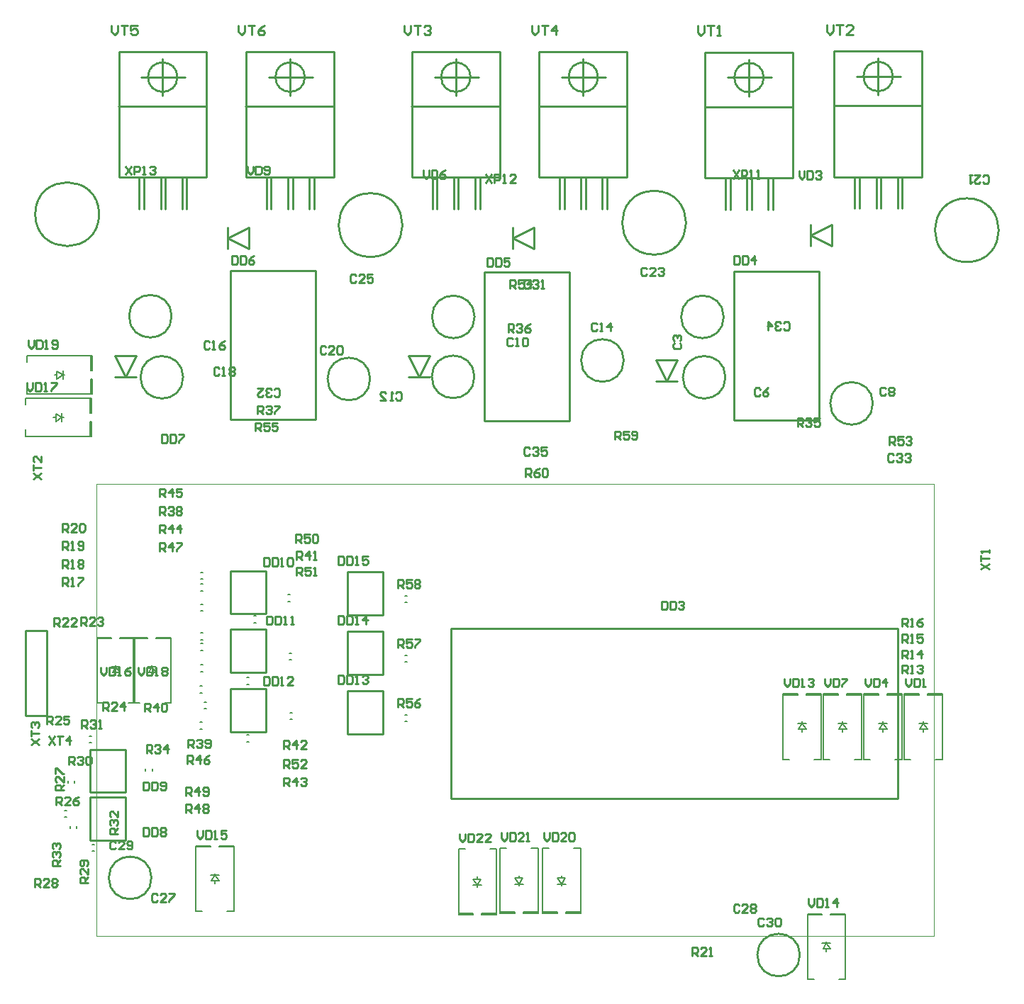
<source format=gto>
G04 Layer_Color=65535*
%FSLAX23Y23*%
%MOIN*%
G70*
G01*
G75*
%ADD26C,0.004*%
%ADD43C,0.010*%
%ADD44C,0.008*%
D26*
X3509Y2969D02*
Y5095D01*
X7446Y2969D02*
Y5095D01*
X3509D02*
X7446D01*
X3509Y2969D02*
X7446D01*
D43*
X6815Y2880D02*
G03*
X6815Y2880I-100J0D01*
G01*
X3767Y3243D02*
G03*
X3767Y3243I-100J0D01*
G01*
X4795Y5590D02*
G03*
X4795Y5590I-100J0D01*
G01*
X4488Y7010D02*
G03*
X4488Y7010I-69J0D01*
G01*
X5987Y5677D02*
G03*
X5987Y5677I-100J0D01*
G01*
X5286Y5882D02*
G03*
X5286Y5882I-100J0D01*
G01*
X5866Y7010D02*
G03*
X5866Y7010I-69J0D01*
G01*
X5267D02*
G03*
X5267Y7010I-69J0D01*
G01*
X6457Y5882D02*
G03*
X6457Y5882I-100J0D01*
G01*
X6465Y5598D02*
G03*
X6465Y5598I-100J0D01*
G01*
X6645Y7008D02*
G03*
X6645Y7008I-69J0D01*
G01*
X4797Y6464D02*
G03*
X4797Y6164I0J-150D01*
G01*
D02*
G03*
X4797Y6464I0J150D01*
G01*
X7600Y6140D02*
G03*
X7600Y6440I0J150D01*
G01*
D02*
G03*
X7600Y6140I0J-150D01*
G01*
X3916Y5598D02*
G03*
X3916Y5598I-100J0D01*
G01*
X3862Y5885D02*
G03*
X3862Y5885I-100J0D01*
G01*
X3889Y7010D02*
G03*
X3889Y7010I-69J0D01*
G01*
X7158Y5475D02*
G03*
X7158Y5475I-100J0D01*
G01*
X7252Y7013D02*
G03*
X7252Y7013I-69J0D01*
G01*
X6130Y6475D02*
G03*
X6130Y6175I0J-150D01*
G01*
D02*
G03*
X6130Y6475I0J150D01*
G01*
X3521Y6365D02*
G03*
X3221Y6365I-150J0D01*
G01*
D02*
G03*
X3521Y6365I150J0D01*
G01*
X5285Y5600D02*
G03*
X5285Y5600I-100J0D01*
G01*
X4690Y4480D02*
X4854D01*
Y4682D01*
X4690D02*
X4854D01*
X4690Y4480D02*
Y4682D01*
Y4200D02*
X4854D01*
Y4402D01*
X4690D02*
X4854D01*
X4690Y4200D02*
Y4402D01*
Y3920D02*
X4854D01*
Y4122D01*
X4690D02*
X4854D01*
X4690Y3920D02*
Y4122D01*
X3480Y3645D02*
X3644D01*
Y3847D01*
X3480D02*
X3644D01*
X3480Y3645D02*
Y3847D01*
Y3420D02*
X3644D01*
Y3622D01*
X3480D02*
X3644D01*
X3480Y3420D02*
Y3622D01*
X3597Y5698D02*
X3697D01*
X3647Y5598D02*
X3697Y5698D01*
X3597D02*
X3647Y5598D01*
X3597D02*
X3697D01*
X6138Y5678D02*
X6238D01*
X6188Y5578D02*
X6238Y5678D01*
X6138D02*
X6188Y5578D01*
X6138D02*
X6238D01*
X4330Y6389D02*
Y6538D01*
X4309Y6389D02*
Y6538D01*
X4212Y6538D02*
X4625D01*
X4212Y6538D02*
Y7128D01*
X4210Y6873D02*
X4625D01*
X4212Y7128D02*
X4625D01*
X4318Y7010D02*
X4525D01*
X4431Y6389D02*
Y6538D01*
X4409Y6389D02*
Y6538D01*
X4509Y6389D02*
Y6538D01*
X4531Y6389D02*
Y6538D01*
X4417Y7010D02*
X4419D01*
Y6922D02*
Y7095D01*
X4625Y6538D02*
Y7128D01*
X4533Y7129D02*
X4541D01*
X4543D01*
X4226Y6203D02*
Y6303D01*
X4126Y6253D02*
X4226Y6203D01*
X4126Y6253D02*
X4226Y6303D01*
X4126Y6203D02*
Y6303D01*
X4975Y5698D02*
X5075D01*
X5025Y5598D02*
X5075Y5698D01*
X4975D02*
X5025Y5598D01*
X4975D02*
X5075D01*
X5333Y5394D02*
Y6094D01*
Y5394D02*
X5733D01*
X5333Y6094D02*
X5733D01*
Y5394D02*
Y6094D01*
X5708Y6389D02*
Y6538D01*
X5686Y6389D02*
Y6538D01*
X5590Y6538D02*
X6003D01*
X5590Y6538D02*
Y7128D01*
X5588Y6873D02*
X6003D01*
X5590Y7128D02*
X6003D01*
X5696Y7010D02*
X5903D01*
X5809Y6389D02*
Y6538D01*
X5787Y6389D02*
Y6538D01*
X5887Y6389D02*
Y6538D01*
X5909Y6389D02*
Y6538D01*
X5795Y7010D02*
X5797D01*
Y6922D02*
Y7095D01*
X6003Y6538D02*
Y7128D01*
X5911Y7129D02*
X5919D01*
X5921D01*
X5110Y6389D02*
Y6538D01*
X5088Y6389D02*
Y6538D01*
X4992Y6538D02*
X5405D01*
X4992Y6538D02*
Y7128D01*
X4990Y6873D02*
X5405D01*
X4992Y7128D02*
X5405D01*
X5098Y7010D02*
X5305D01*
X5210Y6389D02*
Y6538D01*
X5188Y6389D02*
Y6538D01*
X5289Y6389D02*
Y6538D01*
X5311Y6389D02*
Y6538D01*
X5196Y7010D02*
X5198D01*
Y6922D02*
Y7095D01*
X5405Y6538D02*
Y7128D01*
X5312Y7129D02*
X5320D01*
X5322D01*
X5565Y6203D02*
Y6303D01*
X5465Y6253D02*
X5565Y6203D01*
X5465Y6253D02*
X5565Y6303D01*
X5465Y6203D02*
Y6303D01*
X6504Y5396D02*
Y6096D01*
Y5396D02*
X6904D01*
X6504Y6096D02*
X6904D01*
Y5396D02*
Y6096D01*
X6488Y6387D02*
Y6536D01*
X6466Y6387D02*
Y6536D01*
X6370Y6536D02*
X6783D01*
X6370Y6536D02*
Y7126D01*
X6368Y6871D02*
X6783D01*
X6370Y7126D02*
X6783D01*
X6476Y7008D02*
X6683D01*
X6588Y6387D02*
Y6536D01*
X6566Y6387D02*
Y6536D01*
X6667Y6387D02*
Y6536D01*
X6688Y6387D02*
Y6536D01*
X6574Y7008D02*
X6576D01*
Y6920D02*
Y7093D01*
X6783Y6536D02*
Y7126D01*
X6690Y7127D02*
X6698D01*
X6700D01*
X6964Y6217D02*
Y6317D01*
X6864Y6267D02*
X6964Y6217D01*
X6864Y6267D02*
X6964Y6317D01*
X6864Y6217D02*
Y6317D01*
X4140Y5399D02*
Y6099D01*
Y5399D02*
X4540D01*
X4140Y6099D02*
X4540D01*
Y5399D02*
Y6099D01*
X3732Y6389D02*
Y6538D01*
X3710Y6389D02*
Y6538D01*
X3614Y6538D02*
X4027D01*
X3614Y6538D02*
Y7128D01*
X3612Y6873D02*
X4027D01*
X3614Y7128D02*
X4027D01*
X3720Y7010D02*
X3927D01*
X3832Y6389D02*
Y6538D01*
X3811Y6389D02*
Y6538D01*
X3911Y6389D02*
Y6538D01*
X3933Y6389D02*
Y6538D01*
X3818Y7010D02*
X3820D01*
Y6922D02*
Y7095D01*
X4027Y6538D02*
Y7128D01*
X3935Y7129D02*
X3942D01*
X3944D01*
X5177Y4415D02*
X7277D01*
X5177Y3615D02*
X7277D01*
Y4415D01*
X5177Y3615D02*
Y4415D01*
X7095Y6392D02*
Y6541D01*
X7073Y6392D02*
Y6541D01*
X6977Y6541D02*
X7390D01*
X6977Y6541D02*
Y7132D01*
X6975Y6876D02*
X7390D01*
X6977Y7132D02*
X7390D01*
X7083Y7013D02*
X7290D01*
X7195Y6392D02*
Y6541D01*
X7174Y6392D02*
Y6541D01*
X7274Y6392D02*
Y6541D01*
X7296Y6392D02*
Y6541D01*
X7181Y7013D02*
X7183D01*
Y6925D02*
Y7098D01*
X7390Y6541D02*
Y7132D01*
X7298Y7132D02*
X7305D01*
X7307D01*
X3175Y4005D02*
Y4405D01*
Y4005D02*
X3275D01*
X3175Y4405D02*
X3275D01*
Y4005D02*
Y4405D01*
X4140Y4210D02*
X4304D01*
X4140Y4412D02*
X4304D01*
X4140Y4210D02*
Y4412D01*
X4304Y4210D02*
Y4412D01*
X4140Y4485D02*
X4304D01*
X4140Y4687D02*
X4304D01*
X4140Y4485D02*
Y4687D01*
X4304Y4485D02*
Y4687D01*
X4140Y3930D02*
X4304D01*
X4140Y4132D02*
X4304D01*
X4140Y3930D02*
Y4132D01*
X4304Y3930D02*
Y4132D01*
X6739Y5853D02*
X6746Y5860D01*
X6759D01*
X6766Y5853D01*
Y5827D01*
X6759Y5820D01*
X6746D01*
X6739Y5827D01*
X6726Y5853D02*
X6720Y5860D01*
X6706D01*
X6700Y5853D01*
Y5847D01*
X6706Y5840D01*
X6713D01*
X6706D01*
X6700Y5834D01*
Y5827D01*
X6706Y5820D01*
X6720D01*
X6726Y5827D01*
X6667Y5820D02*
Y5860D01*
X6687Y5840D01*
X6661D01*
X5525Y5130D02*
Y5169D01*
X5545D01*
X5551Y5163D01*
Y5150D01*
X5545Y5143D01*
X5525D01*
X5538D02*
X5551Y5130D01*
X5591Y5169D02*
X5577Y5163D01*
X5564Y5150D01*
Y5137D01*
X5571Y5130D01*
X5584D01*
X5591Y5137D01*
Y5143D01*
X5584Y5150D01*
X5564D01*
X5604Y5163D02*
X5610Y5169D01*
X5623D01*
X5630Y5163D01*
Y5137D01*
X5623Y5130D01*
X5610D01*
X5604Y5137D01*
Y5163D01*
X5945Y5305D02*
Y5344D01*
X5965D01*
X5971Y5338D01*
Y5325D01*
X5965Y5318D01*
X5945D01*
X5958D02*
X5971Y5305D01*
X6011Y5344D02*
X5984D01*
Y5325D01*
X5997Y5331D01*
X6004D01*
X6011Y5325D01*
Y5312D01*
X6004Y5305D01*
X5991D01*
X5984Y5312D01*
X6024D02*
X6030Y5305D01*
X6043D01*
X6050Y5312D01*
Y5338D01*
X6043Y5344D01*
X6030D01*
X6024Y5338D01*
Y5331D01*
X6030Y5325D01*
X6050D01*
X5546Y5263D02*
X5540Y5269D01*
X5527D01*
X5520Y5263D01*
Y5237D01*
X5527Y5230D01*
X5540D01*
X5546Y5237D01*
X5559Y5263D02*
X5566Y5269D01*
X5579D01*
X5586Y5263D01*
Y5256D01*
X5579Y5250D01*
X5572D01*
X5579D01*
X5586Y5243D01*
Y5237D01*
X5579Y5230D01*
X5566D01*
X5559Y5237D01*
X5625Y5269D02*
X5599D01*
Y5250D01*
X5612Y5256D01*
X5618D01*
X5625Y5250D01*
Y5237D01*
X5618Y5230D01*
X5605D01*
X5599Y5237D01*
X3285Y3909D02*
X3311Y3870D01*
Y3909D02*
X3285Y3870D01*
X3324Y3909D02*
X3351D01*
X3337D01*
Y3870D01*
X3383D02*
Y3909D01*
X3364Y3890D01*
X3390D01*
X3201Y3870D02*
X3240Y3896D01*
X3201D02*
X3240Y3870D01*
X3201Y3909D02*
Y3936D01*
Y3922D01*
X3240D01*
X3207Y3949D02*
X3201Y3955D01*
Y3968D01*
X3207Y3975D01*
X3214D01*
X3220Y3968D01*
Y3962D01*
Y3968D01*
X3227Y3975D01*
X3233D01*
X3240Y3968D01*
Y3955D01*
X3233Y3949D01*
X3211Y5120D02*
X3250Y5146D01*
X3211D02*
X3250Y5120D01*
X3211Y5159D02*
Y5186D01*
Y5172D01*
X3250D01*
Y5225D02*
Y5199D01*
X3224Y5225D01*
X3217D01*
X3211Y5218D01*
Y5205D01*
X3217Y5199D01*
X7666Y4695D02*
X7705Y4721D01*
X7666D02*
X7705Y4695D01*
X7666Y4734D02*
Y4761D01*
Y4747D01*
X7705D01*
Y4774D02*
Y4787D01*
Y4780D01*
X7666D01*
X7672Y4774D01*
X5217Y3451D02*
Y3425D01*
X5230Y3412D01*
X5243Y3425D01*
Y3451D01*
X5256D02*
Y3412D01*
X5276D01*
X5283Y3419D01*
Y3445D01*
X5276Y3451D01*
X5256D01*
X5322Y3412D02*
X5296D01*
X5322Y3438D01*
Y3445D01*
X5315Y3451D01*
X5302D01*
X5296Y3445D01*
X5361Y3412D02*
X5335D01*
X5361Y3438D01*
Y3445D01*
X5355Y3451D01*
X5342D01*
X5335Y3445D01*
X5412Y3456D02*
Y3430D01*
X5425Y3417D01*
X5438Y3430D01*
Y3456D01*
X5451D02*
Y3417D01*
X5471D01*
X5478Y3424D01*
Y3450D01*
X5471Y3456D01*
X5451D01*
X5517Y3417D02*
X5491D01*
X5517Y3443D01*
Y3450D01*
X5510Y3456D01*
X5497D01*
X5491Y3450D01*
X5530Y3417D02*
X5543D01*
X5537D01*
Y3456D01*
X5530Y3450D01*
X5612Y3456D02*
Y3430D01*
X5625Y3417D01*
X5638Y3430D01*
Y3456D01*
X5651D02*
Y3417D01*
X5671D01*
X5678Y3424D01*
Y3450D01*
X5671Y3456D01*
X5651D01*
X5717Y3417D02*
X5691D01*
X5717Y3443D01*
Y3450D01*
X5710Y3456D01*
X5697D01*
X5691Y3450D01*
X5730D02*
X5737Y3456D01*
X5750D01*
X5756Y3450D01*
Y3424D01*
X5750Y3417D01*
X5737D01*
X5730Y3424D01*
Y3450D01*
X3188Y5772D02*
Y5746D01*
X3201Y5733D01*
X3214Y5746D01*
Y5772D01*
X3227D02*
Y5733D01*
X3247D01*
X3254Y5740D01*
Y5766D01*
X3247Y5772D01*
X3227D01*
X3267Y5733D02*
X3280D01*
X3273D01*
Y5772D01*
X3267Y5766D01*
X3300Y5740D02*
X3306Y5733D01*
X3319D01*
X3326Y5740D01*
Y5766D01*
X3319Y5772D01*
X3306D01*
X3300Y5766D01*
Y5759D01*
X3306Y5753D01*
X3326D01*
X3705Y4234D02*
Y4208D01*
X3718Y4195D01*
X3731Y4208D01*
Y4234D01*
X3744D02*
Y4195D01*
X3764D01*
X3771Y4202D01*
Y4228D01*
X3764Y4234D01*
X3744D01*
X3784Y4195D02*
X3797D01*
X3790D01*
Y4234D01*
X3784Y4228D01*
X3817D02*
X3823Y4234D01*
X3836D01*
X3843Y4228D01*
Y4221D01*
X3836Y4215D01*
X3843Y4208D01*
Y4202D01*
X3836Y4195D01*
X3823D01*
X3817Y4202D01*
Y4208D01*
X3823Y4215D01*
X3817Y4221D01*
Y4228D01*
X3823Y4215D02*
X3836D01*
X3183Y5572D02*
Y5546D01*
X3196Y5533D01*
X3209Y5546D01*
Y5572D01*
X3222D02*
Y5533D01*
X3242D01*
X3249Y5540D01*
Y5566D01*
X3242Y5572D01*
X3222D01*
X3262Y5533D02*
X3275D01*
X3268D01*
Y5572D01*
X3262Y5566D01*
X3295Y5572D02*
X3321D01*
Y5566D01*
X3295Y5540D01*
Y5533D01*
X3530Y4234D02*
Y4208D01*
X3543Y4195D01*
X3556Y4208D01*
Y4234D01*
X3569D02*
Y4195D01*
X3589D01*
X3596Y4202D01*
Y4228D01*
X3589Y4234D01*
X3569D01*
X3609Y4195D02*
X3622D01*
X3615D01*
Y4234D01*
X3609Y4228D01*
X3668Y4234D02*
X3655Y4228D01*
X3642Y4215D01*
Y4202D01*
X3648Y4195D01*
X3661D01*
X3668Y4202D01*
Y4208D01*
X3661Y4215D01*
X3642D01*
X3982Y3466D02*
Y3440D01*
X3995Y3427D01*
X4008Y3440D01*
Y3466D01*
X4021D02*
Y3427D01*
X4041D01*
X4048Y3434D01*
Y3460D01*
X4041Y3466D01*
X4021D01*
X4061Y3427D02*
X4074D01*
X4067D01*
Y3466D01*
X4061Y3460D01*
X4120Y3466D02*
X4094D01*
Y3447D01*
X4107Y3453D01*
X4113D01*
X4120Y3447D01*
Y3434D01*
X4113Y3427D01*
X4100D01*
X4094Y3434D01*
X6857Y3146D02*
Y3120D01*
X6870Y3107D01*
X6883Y3120D01*
Y3146D01*
X6896D02*
Y3107D01*
X6916D01*
X6923Y3114D01*
Y3140D01*
X6916Y3146D01*
X6896D01*
X6936Y3107D02*
X6949D01*
X6942D01*
Y3146D01*
X6936Y3140D01*
X6988Y3107D02*
Y3146D01*
X6969Y3127D01*
X6995D01*
X6742Y4181D02*
Y4155D01*
X6755Y4142D01*
X6768Y4155D01*
Y4181D01*
X6781D02*
Y4142D01*
X6801D01*
X6808Y4149D01*
Y4175D01*
X6801Y4181D01*
X6781D01*
X6821Y4142D02*
X6834D01*
X6827D01*
Y4181D01*
X6821Y4175D01*
X6854D02*
X6860Y4181D01*
X6873D01*
X6880Y4175D01*
Y4168D01*
X6873Y4162D01*
X6867D01*
X6873D01*
X6880Y4155D01*
Y4149D01*
X6873Y4142D01*
X6860D01*
X6854Y4149D01*
X6932Y4181D02*
Y4155D01*
X6945Y4142D01*
X6958Y4155D01*
Y4181D01*
X6971D02*
Y4142D01*
X6991D01*
X6998Y4149D01*
Y4175D01*
X6991Y4181D01*
X6971D01*
X7011D02*
X7037D01*
Y4175D01*
X7011Y4149D01*
Y4142D01*
X7122Y4181D02*
Y4155D01*
X7135Y4142D01*
X7148Y4155D01*
Y4181D01*
X7161D02*
Y4142D01*
X7181D01*
X7188Y4149D01*
Y4175D01*
X7181Y4181D01*
X7161D01*
X7220Y4142D02*
Y4181D01*
X7201Y4162D01*
X7227D01*
X7312Y4181D02*
Y4155D01*
X7325Y4142D01*
X7338Y4155D01*
Y4181D01*
X7351D02*
Y4142D01*
X7371D01*
X7378Y4149D01*
Y4175D01*
X7371Y4181D01*
X7351D01*
X7391Y4142D02*
X7404D01*
X7397D01*
Y4181D01*
X7391Y4175D01*
X4925Y4606D02*
Y4645D01*
X4945D01*
X4951Y4639D01*
Y4626D01*
X4945Y4619D01*
X4925D01*
X4938D02*
X4951Y4606D01*
X4991Y4645D02*
X4964D01*
Y4626D01*
X4977Y4632D01*
X4984D01*
X4991Y4626D01*
Y4613D01*
X4984Y4606D01*
X4971D01*
X4964Y4613D01*
X5004Y4639D02*
X5010Y4645D01*
X5023D01*
X5030Y4639D01*
Y4632D01*
X5023Y4626D01*
X5030Y4619D01*
Y4613D01*
X5023Y4606D01*
X5010D01*
X5004Y4613D01*
Y4619D01*
X5010Y4626D01*
X5004Y4632D01*
Y4639D01*
X5010Y4626D02*
X5023D01*
X4925Y4326D02*
Y4365D01*
X4945D01*
X4951Y4359D01*
Y4346D01*
X4945Y4339D01*
X4925D01*
X4938D02*
X4951Y4326D01*
X4991Y4365D02*
X4964D01*
Y4346D01*
X4977Y4352D01*
X4984D01*
X4991Y4346D01*
Y4333D01*
X4984Y4326D01*
X4971D01*
X4964Y4333D01*
X5004Y4365D02*
X5030D01*
Y4359D01*
X5004Y4333D01*
Y4326D01*
X4925Y4046D02*
Y4085D01*
X4945D01*
X4951Y4079D01*
Y4066D01*
X4945Y4059D01*
X4925D01*
X4938D02*
X4951Y4046D01*
X4991Y4085D02*
X4964D01*
Y4066D01*
X4977Y4072D01*
X4984D01*
X4991Y4066D01*
Y4053D01*
X4984Y4046D01*
X4971D01*
X4964Y4053D01*
X5030Y4085D02*
X5017Y4079D01*
X5004Y4066D01*
Y4053D01*
X5010Y4046D01*
X5023D01*
X5030Y4053D01*
Y4059D01*
X5023Y4066D01*
X5004D01*
X4255Y5345D02*
Y5384D01*
X4275D01*
X4281Y5378D01*
Y5365D01*
X4275Y5358D01*
X4255D01*
X4268D02*
X4281Y5345D01*
X4321Y5384D02*
X4294D01*
Y5365D01*
X4307Y5371D01*
X4314D01*
X4321Y5365D01*
Y5352D01*
X4314Y5345D01*
X4301D01*
X4294Y5352D01*
X4360Y5384D02*
X4334D01*
Y5365D01*
X4347Y5371D01*
X4353D01*
X4360Y5365D01*
Y5352D01*
X4353Y5345D01*
X4340D01*
X4334Y5352D01*
X5452Y6016D02*
Y6055D01*
X5472D01*
X5478Y6049D01*
Y6036D01*
X5472Y6029D01*
X5452D01*
X5465D02*
X5478Y6016D01*
X5518Y6055D02*
X5491D01*
Y6036D01*
X5504Y6042D01*
X5511D01*
X5518Y6036D01*
Y6023D01*
X5511Y6016D01*
X5498D01*
X5491Y6023D01*
X5550Y6016D02*
Y6055D01*
X5531Y6036D01*
X5557D01*
X7235Y5280D02*
Y5319D01*
X7255D01*
X7261Y5313D01*
Y5300D01*
X7255Y5293D01*
X7235D01*
X7248D02*
X7261Y5280D01*
X7301Y5319D02*
X7274D01*
Y5300D01*
X7287Y5306D01*
X7294D01*
X7301Y5300D01*
Y5287D01*
X7294Y5280D01*
X7281D01*
X7274Y5287D01*
X7314Y5313D02*
X7320Y5319D01*
X7333D01*
X7340Y5313D01*
Y5306D01*
X7333Y5300D01*
X7327D01*
X7333D01*
X7340Y5293D01*
Y5287D01*
X7333Y5280D01*
X7320D01*
X7314Y5287D01*
X4390Y3760D02*
Y3799D01*
X4410D01*
X4416Y3793D01*
Y3780D01*
X4410Y3773D01*
X4390D01*
X4403D02*
X4416Y3760D01*
X4456Y3799D02*
X4429D01*
Y3780D01*
X4442Y3786D01*
X4449D01*
X4456Y3780D01*
Y3767D01*
X4449Y3760D01*
X4436D01*
X4429Y3767D01*
X4495Y3760D02*
X4469D01*
X4495Y3786D01*
Y3793D01*
X4488Y3799D01*
X4475D01*
X4469Y3793D01*
X4450Y4665D02*
Y4704D01*
X4470D01*
X4476Y4698D01*
Y4685D01*
X4470Y4678D01*
X4450D01*
X4463D02*
X4476Y4665D01*
X4516Y4704D02*
X4489D01*
Y4685D01*
X4502Y4691D01*
X4509D01*
X4516Y4685D01*
Y4672D01*
X4509Y4665D01*
X4496D01*
X4489Y4672D01*
X4529Y4665D02*
X4542D01*
X4535D01*
Y4704D01*
X4529Y4698D01*
X4445Y4820D02*
Y4859D01*
X4465D01*
X4471Y4853D01*
Y4840D01*
X4465Y4833D01*
X4445D01*
X4458D02*
X4471Y4820D01*
X4511Y4859D02*
X4484D01*
Y4840D01*
X4497Y4846D01*
X4504D01*
X4511Y4840D01*
Y4827D01*
X4504Y4820D01*
X4491D01*
X4484Y4827D01*
X4524Y4853D02*
X4530Y4859D01*
X4543D01*
X4550Y4853D01*
Y4827D01*
X4543Y4820D01*
X4530D01*
X4524Y4827D01*
Y4853D01*
X3930Y3630D02*
Y3669D01*
X3950D01*
X3956Y3663D01*
Y3650D01*
X3950Y3643D01*
X3930D01*
X3943D02*
X3956Y3630D01*
X3989D02*
Y3669D01*
X3969Y3650D01*
X3996D01*
X4009Y3637D02*
X4015Y3630D01*
X4028D01*
X4035Y3637D01*
Y3663D01*
X4028Y3669D01*
X4015D01*
X4009Y3663D01*
Y3656D01*
X4015Y3650D01*
X4035D01*
X3930Y3550D02*
Y3589D01*
X3950D01*
X3956Y3583D01*
Y3570D01*
X3950Y3563D01*
X3930D01*
X3943D02*
X3956Y3550D01*
X3989D02*
Y3589D01*
X3969Y3570D01*
X3996D01*
X4009Y3583D02*
X4015Y3589D01*
X4028D01*
X4035Y3583D01*
Y3576D01*
X4028Y3570D01*
X4035Y3563D01*
Y3557D01*
X4028Y3550D01*
X4015D01*
X4009Y3557D01*
Y3563D01*
X4015Y3570D01*
X4009Y3576D01*
Y3583D01*
X4015Y3570D02*
X4028D01*
X3805Y4780D02*
Y4819D01*
X3825D01*
X3831Y4813D01*
Y4800D01*
X3825Y4793D01*
X3805D01*
X3818D02*
X3831Y4780D01*
X3864D02*
Y4819D01*
X3844Y4800D01*
X3871D01*
X3884Y4819D02*
X3910D01*
Y4813D01*
X3884Y4787D01*
Y4780D01*
X3935Y3780D02*
Y3819D01*
X3955D01*
X3961Y3813D01*
Y3800D01*
X3955Y3793D01*
X3935D01*
X3948D02*
X3961Y3780D01*
X3994D02*
Y3819D01*
X3974Y3800D01*
X4001D01*
X4040Y3819D02*
X4027Y3813D01*
X4014Y3800D01*
Y3787D01*
X4020Y3780D01*
X4033D01*
X4040Y3787D01*
Y3793D01*
X4033Y3800D01*
X4014D01*
X3805Y5035D02*
Y5074D01*
X3825D01*
X3831Y5068D01*
Y5055D01*
X3825Y5048D01*
X3805D01*
X3818D02*
X3831Y5035D01*
X3864D02*
Y5074D01*
X3844Y5055D01*
X3871D01*
X3910Y5074D02*
X3884D01*
Y5055D01*
X3897Y5061D01*
X3903D01*
X3910Y5055D01*
Y5042D01*
X3903Y5035D01*
X3890D01*
X3884Y5042D01*
X3805Y4865D02*
Y4904D01*
X3825D01*
X3831Y4898D01*
Y4885D01*
X3825Y4878D01*
X3805D01*
X3818D02*
X3831Y4865D01*
X3864D02*
Y4904D01*
X3844Y4885D01*
X3871D01*
X3903Y4865D02*
Y4904D01*
X3884Y4885D01*
X3910D01*
X4390Y3675D02*
Y3714D01*
X4410D01*
X4416Y3708D01*
Y3695D01*
X4410Y3688D01*
X4390D01*
X4403D02*
X4416Y3675D01*
X4449D02*
Y3714D01*
X4429Y3695D01*
X4456D01*
X4469Y3708D02*
X4475Y3714D01*
X4488D01*
X4495Y3708D01*
Y3701D01*
X4488Y3695D01*
X4482D01*
X4488D01*
X4495Y3688D01*
Y3682D01*
X4488Y3675D01*
X4475D01*
X4469Y3682D01*
X4390Y3850D02*
Y3889D01*
X4410D01*
X4416Y3883D01*
Y3870D01*
X4410Y3863D01*
X4390D01*
X4403D02*
X4416Y3850D01*
X4449D02*
Y3889D01*
X4429Y3870D01*
X4456D01*
X4495Y3850D02*
X4469D01*
X4495Y3876D01*
Y3883D01*
X4488Y3889D01*
X4475D01*
X4469Y3883D01*
X4450Y4740D02*
Y4779D01*
X4470D01*
X4476Y4773D01*
Y4760D01*
X4470Y4753D01*
X4450D01*
X4463D02*
X4476Y4740D01*
X4509D02*
Y4779D01*
X4489Y4760D01*
X4516D01*
X4529Y4740D02*
X4542D01*
X4535D01*
Y4779D01*
X4529Y4773D01*
X3735Y4025D02*
Y4064D01*
X3755D01*
X3761Y4058D01*
Y4045D01*
X3755Y4038D01*
X3735D01*
X3748D02*
X3761Y4025D01*
X3794D02*
Y4064D01*
X3774Y4045D01*
X3801D01*
X3814Y4058D02*
X3820Y4064D01*
X3833D01*
X3840Y4058D01*
Y4032D01*
X3833Y4025D01*
X3820D01*
X3814Y4032D01*
Y4058D01*
X3940Y3855D02*
Y3894D01*
X3960D01*
X3966Y3888D01*
Y3875D01*
X3960Y3868D01*
X3940D01*
X3953D02*
X3966Y3855D01*
X3979Y3888D02*
X3986Y3894D01*
X3999D01*
X4006Y3888D01*
Y3881D01*
X3999Y3875D01*
X3992D01*
X3999D01*
X4006Y3868D01*
Y3862D01*
X3999Y3855D01*
X3986D01*
X3979Y3862D01*
X4019D02*
X4025Y3855D01*
X4038D01*
X4045Y3862D01*
Y3888D01*
X4038Y3894D01*
X4025D01*
X4019Y3888D01*
Y3881D01*
X4025Y3875D01*
X4045D01*
X3805Y4950D02*
Y4989D01*
X3825D01*
X3831Y4983D01*
Y4970D01*
X3825Y4963D01*
X3805D01*
X3818D02*
X3831Y4950D01*
X3844Y4983D02*
X3851Y4989D01*
X3864D01*
X3871Y4983D01*
Y4976D01*
X3864Y4970D01*
X3857D01*
X3864D01*
X3871Y4963D01*
Y4957D01*
X3864Y4950D01*
X3851D01*
X3844Y4957D01*
X3884Y4983D02*
X3890Y4989D01*
X3903D01*
X3910Y4983D01*
Y4976D01*
X3903Y4970D01*
X3910Y4963D01*
Y4957D01*
X3903Y4950D01*
X3890D01*
X3884Y4957D01*
Y4963D01*
X3890Y4970D01*
X3884Y4976D01*
Y4983D01*
X3890Y4970D02*
X3903D01*
X4265Y5425D02*
Y5464D01*
X4285D01*
X4291Y5458D01*
Y5445D01*
X4285Y5438D01*
X4265D01*
X4278D02*
X4291Y5425D01*
X4304Y5458D02*
X4311Y5464D01*
X4324D01*
X4331Y5458D01*
Y5451D01*
X4324Y5445D01*
X4317D01*
X4324D01*
X4331Y5438D01*
Y5432D01*
X4324Y5425D01*
X4311D01*
X4304Y5432D01*
X4344Y5464D02*
X4370D01*
Y5458D01*
X4344Y5432D01*
Y5425D01*
X5444Y5809D02*
Y5848D01*
X5464D01*
X5470Y5842D01*
Y5829D01*
X5464Y5822D01*
X5444D01*
X5457D02*
X5470Y5809D01*
X5483Y5842D02*
X5490Y5848D01*
X5503D01*
X5510Y5842D01*
Y5835D01*
X5503Y5829D01*
X5496D01*
X5503D01*
X5510Y5822D01*
Y5816D01*
X5503Y5809D01*
X5490D01*
X5483Y5816D01*
X5549Y5848D02*
X5536Y5842D01*
X5523Y5829D01*
Y5816D01*
X5529Y5809D01*
X5542D01*
X5549Y5816D01*
Y5822D01*
X5542Y5829D01*
X5523D01*
X6804Y5366D02*
Y5405D01*
X6824D01*
X6830Y5399D01*
Y5386D01*
X6824Y5379D01*
X6804D01*
X6817D02*
X6830Y5366D01*
X6843Y5399D02*
X6850Y5405D01*
X6863D01*
X6870Y5399D01*
Y5392D01*
X6863Y5386D01*
X6856D01*
X6863D01*
X6870Y5379D01*
Y5373D01*
X6863Y5366D01*
X6850D01*
X6843Y5373D01*
X6909Y5405D02*
X6883D01*
Y5386D01*
X6896Y5392D01*
X6902D01*
X6909Y5386D01*
Y5373D01*
X6902Y5366D01*
X6889D01*
X6883Y5373D01*
X3744Y3830D02*
Y3869D01*
X3764D01*
X3770Y3863D01*
Y3850D01*
X3764Y3843D01*
X3744D01*
X3757D02*
X3770Y3830D01*
X3783Y3863D02*
X3790Y3869D01*
X3803D01*
X3810Y3863D01*
Y3856D01*
X3803Y3850D01*
X3796D01*
X3803D01*
X3810Y3843D01*
Y3837D01*
X3803Y3830D01*
X3790D01*
X3783Y3837D01*
X3842Y3830D02*
Y3869D01*
X3823Y3850D01*
X3849D01*
X3340Y3300D02*
X3301D01*
Y3320D01*
X3307Y3326D01*
X3320D01*
X3327Y3320D01*
Y3300D01*
Y3313D02*
X3340Y3326D01*
X3307Y3339D02*
X3301Y3346D01*
Y3359D01*
X3307Y3366D01*
X3314D01*
X3320Y3359D01*
Y3352D01*
Y3359D01*
X3327Y3366D01*
X3333D01*
X3340Y3359D01*
Y3346D01*
X3333Y3339D01*
X3307Y3379D02*
X3301Y3385D01*
Y3398D01*
X3307Y3405D01*
X3314D01*
X3320Y3398D01*
Y3392D01*
Y3398D01*
X3327Y3405D01*
X3333D01*
X3340Y3398D01*
Y3385D01*
X3333Y3379D01*
X3610Y3450D02*
X3571D01*
Y3470D01*
X3577Y3476D01*
X3590D01*
X3597Y3470D01*
Y3450D01*
Y3463D02*
X3610Y3476D01*
X3577Y3489D02*
X3571Y3496D01*
Y3509D01*
X3577Y3516D01*
X3584D01*
X3590Y3509D01*
Y3502D01*
Y3509D01*
X3597Y3516D01*
X3603D01*
X3610Y3509D01*
Y3496D01*
X3603Y3489D01*
X3610Y3555D02*
Y3529D01*
X3584Y3555D01*
X3577D01*
X3571Y3548D01*
Y3535D01*
X3577Y3529D01*
X3440Y3946D02*
Y3985D01*
X3460D01*
X3466Y3979D01*
Y3966D01*
X3460Y3959D01*
X3440D01*
X3453D02*
X3466Y3946D01*
X3479Y3979D02*
X3486Y3985D01*
X3499D01*
X3506Y3979D01*
Y3972D01*
X3499Y3966D01*
X3492D01*
X3499D01*
X3506Y3959D01*
Y3953D01*
X3499Y3946D01*
X3486D01*
X3479Y3953D01*
X3519Y3946D02*
X3532D01*
X3525D01*
Y3985D01*
X3519Y3979D01*
X3379Y3775D02*
Y3814D01*
X3399D01*
X3405Y3808D01*
Y3795D01*
X3399Y3788D01*
X3379D01*
X3392D02*
X3405Y3775D01*
X3418Y3808D02*
X3425Y3814D01*
X3438D01*
X3445Y3808D01*
Y3801D01*
X3438Y3795D01*
X3431D01*
X3438D01*
X3445Y3788D01*
Y3782D01*
X3438Y3775D01*
X3425D01*
X3418Y3782D01*
X3458Y3808D02*
X3464Y3814D01*
X3477D01*
X3484Y3808D01*
Y3782D01*
X3477Y3775D01*
X3464D01*
X3458Y3782D01*
Y3808D01*
X3470Y3220D02*
X3431D01*
Y3240D01*
X3437Y3246D01*
X3450D01*
X3457Y3240D01*
Y3220D01*
Y3233D02*
X3470Y3246D01*
Y3286D02*
Y3259D01*
X3444Y3286D01*
X3437D01*
X3431Y3279D01*
Y3266D01*
X3437Y3259D01*
X3463Y3299D02*
X3470Y3305D01*
Y3318D01*
X3463Y3325D01*
X3437D01*
X3431Y3318D01*
Y3305D01*
X3437Y3299D01*
X3444D01*
X3450Y3305D01*
Y3325D01*
X3219Y3201D02*
Y3240D01*
X3239D01*
X3245Y3234D01*
Y3221D01*
X3239Y3214D01*
X3219D01*
X3232D02*
X3245Y3201D01*
X3285D02*
X3258D01*
X3285Y3227D01*
Y3234D01*
X3278Y3240D01*
X3265D01*
X3258Y3234D01*
X3298D02*
X3304Y3240D01*
X3317D01*
X3324Y3234D01*
Y3227D01*
X3317Y3221D01*
X3324Y3214D01*
Y3208D01*
X3317Y3201D01*
X3304D01*
X3298Y3208D01*
Y3214D01*
X3304Y3221D01*
X3298Y3227D01*
Y3234D01*
X3304Y3221D02*
X3317D01*
X3355Y3655D02*
X3316D01*
Y3675D01*
X3322Y3681D01*
X3335D01*
X3342Y3675D01*
Y3655D01*
Y3668D02*
X3355Y3681D01*
Y3721D02*
Y3694D01*
X3329Y3721D01*
X3322D01*
X3316Y3714D01*
Y3701D01*
X3322Y3694D01*
X3316Y3734D02*
Y3760D01*
X3322D01*
X3348Y3734D01*
X3355D01*
X3320Y3585D02*
Y3624D01*
X3340D01*
X3346Y3618D01*
Y3605D01*
X3340Y3598D01*
X3320D01*
X3333D02*
X3346Y3585D01*
X3386D02*
X3359D01*
X3386Y3611D01*
Y3618D01*
X3379Y3624D01*
X3366D01*
X3359Y3618D01*
X3425Y3624D02*
X3412Y3618D01*
X3399Y3605D01*
Y3592D01*
X3405Y3585D01*
X3418D01*
X3425Y3592D01*
Y3598D01*
X3418Y3605D01*
X3399D01*
X3275Y3965D02*
Y4004D01*
X3295D01*
X3301Y3998D01*
Y3985D01*
X3295Y3978D01*
X3275D01*
X3288D02*
X3301Y3965D01*
X3341D02*
X3314D01*
X3341Y3991D01*
Y3998D01*
X3334Y4004D01*
X3321D01*
X3314Y3998D01*
X3380Y4004D02*
X3354D01*
Y3985D01*
X3367Y3991D01*
X3373D01*
X3380Y3985D01*
Y3972D01*
X3373Y3965D01*
X3360D01*
X3354Y3972D01*
X3540Y4030D02*
Y4069D01*
X3560D01*
X3566Y4063D01*
Y4050D01*
X3560Y4043D01*
X3540D01*
X3553D02*
X3566Y4030D01*
X3606D02*
X3579D01*
X3606Y4056D01*
Y4063D01*
X3599Y4069D01*
X3586D01*
X3579Y4063D01*
X3638Y4030D02*
Y4069D01*
X3619Y4050D01*
X3645D01*
X3435Y4430D02*
Y4469D01*
X3455D01*
X3461Y4463D01*
Y4450D01*
X3455Y4443D01*
X3435D01*
X3448D02*
X3461Y4430D01*
X3501D02*
X3474D01*
X3501Y4456D01*
Y4463D01*
X3494Y4469D01*
X3481D01*
X3474Y4463D01*
X3514D02*
X3520Y4469D01*
X3533D01*
X3540Y4463D01*
Y4456D01*
X3533Y4450D01*
X3527D01*
X3533D01*
X3540Y4443D01*
Y4437D01*
X3533Y4430D01*
X3520D01*
X3514Y4437D01*
X3309Y4426D02*
Y4465D01*
X3329D01*
X3335Y4459D01*
Y4446D01*
X3329Y4439D01*
X3309D01*
X3322D02*
X3335Y4426D01*
X3375D02*
X3348D01*
X3375Y4452D01*
Y4459D01*
X3368Y4465D01*
X3355D01*
X3348Y4459D01*
X3414Y4426D02*
X3388D01*
X3414Y4452D01*
Y4459D01*
X3407Y4465D01*
X3394D01*
X3388Y4459D01*
X6309Y2876D02*
Y2915D01*
X6329D01*
X6335Y2909D01*
Y2896D01*
X6329Y2889D01*
X6309D01*
X6322D02*
X6335Y2876D01*
X6375D02*
X6348D01*
X6375Y2902D01*
Y2909D01*
X6368Y2915D01*
X6355D01*
X6348Y2909D01*
X6388Y2876D02*
X6401D01*
X6394D01*
Y2915D01*
X6388Y2909D01*
X3349Y4871D02*
Y4910D01*
X3369D01*
X3375Y4904D01*
Y4891D01*
X3369Y4884D01*
X3349D01*
X3362D02*
X3375Y4871D01*
X3415D02*
X3388D01*
X3415Y4897D01*
Y4904D01*
X3408Y4910D01*
X3395D01*
X3388Y4904D01*
X3428D02*
X3434Y4910D01*
X3447D01*
X3454Y4904D01*
Y4878D01*
X3447Y4871D01*
X3434D01*
X3428Y4878D01*
Y4904D01*
X3349Y4786D02*
Y4825D01*
X3369D01*
X3375Y4819D01*
Y4806D01*
X3369Y4799D01*
X3349D01*
X3362D02*
X3375Y4786D01*
X3388D02*
X3401D01*
X3395D01*
Y4825D01*
X3388Y4819D01*
X3421Y4793D02*
X3428Y4786D01*
X3441D01*
X3447Y4793D01*
Y4819D01*
X3441Y4825D01*
X3428D01*
X3421Y4819D01*
Y4812D01*
X3428Y4806D01*
X3447D01*
X3349Y4701D02*
Y4740D01*
X3369D01*
X3375Y4734D01*
Y4721D01*
X3369Y4714D01*
X3349D01*
X3362D02*
X3375Y4701D01*
X3388D02*
X3401D01*
X3395D01*
Y4740D01*
X3388Y4734D01*
X3421D02*
X3428Y4740D01*
X3441D01*
X3447Y4734D01*
Y4727D01*
X3441Y4721D01*
X3447Y4714D01*
Y4708D01*
X3441Y4701D01*
X3428D01*
X3421Y4708D01*
Y4714D01*
X3428Y4721D01*
X3421Y4727D01*
Y4734D01*
X3428Y4721D02*
X3441D01*
X3349Y4616D02*
Y4655D01*
X3369D01*
X3375Y4649D01*
Y4636D01*
X3369Y4629D01*
X3349D01*
X3362D02*
X3375Y4616D01*
X3388D02*
X3401D01*
X3395D01*
Y4655D01*
X3388Y4649D01*
X3421Y4655D02*
X3447D01*
Y4649D01*
X3421Y4623D01*
Y4616D01*
X7295Y4425D02*
Y4464D01*
X7315D01*
X7321Y4458D01*
Y4445D01*
X7315Y4438D01*
X7295D01*
X7308D02*
X7321Y4425D01*
X7334D02*
X7347D01*
X7341D01*
Y4464D01*
X7334Y4458D01*
X7393Y4464D02*
X7380Y4458D01*
X7367Y4445D01*
Y4432D01*
X7374Y4425D01*
X7387D01*
X7393Y4432D01*
Y4438D01*
X7387Y4445D01*
X7367D01*
X7295Y4350D02*
Y4389D01*
X7315D01*
X7321Y4383D01*
Y4370D01*
X7315Y4363D01*
X7295D01*
X7308D02*
X7321Y4350D01*
X7334D02*
X7347D01*
X7341D01*
Y4389D01*
X7334Y4383D01*
X7393Y4389D02*
X7367D01*
Y4370D01*
X7380Y4376D01*
X7387D01*
X7393Y4370D01*
Y4357D01*
X7387Y4350D01*
X7374D01*
X7367Y4357D01*
X7295Y4275D02*
Y4314D01*
X7315D01*
X7321Y4308D01*
Y4295D01*
X7315Y4288D01*
X7295D01*
X7308D02*
X7321Y4275D01*
X7334D02*
X7347D01*
X7341D01*
Y4314D01*
X7334Y4308D01*
X7387Y4275D02*
Y4314D01*
X7367Y4295D01*
X7393D01*
X7295Y4205D02*
Y4244D01*
X7315D01*
X7321Y4238D01*
Y4225D01*
X7315Y4218D01*
X7295D01*
X7308D02*
X7321Y4205D01*
X7334D02*
X7347D01*
X7341D01*
Y4244D01*
X7334Y4238D01*
X7367D02*
X7374Y4244D01*
X7387D01*
X7393Y4238D01*
Y4231D01*
X7387Y4225D01*
X7380D01*
X7387D01*
X7393Y4218D01*
Y4212D01*
X7387Y4205D01*
X7374D01*
X7367Y4212D01*
X4646Y4756D02*
Y4717D01*
X4666D01*
X4672Y4724D01*
Y4750D01*
X4666Y4756D01*
X4646D01*
X4685D02*
Y4717D01*
X4705D01*
X4712Y4724D01*
Y4750D01*
X4705Y4756D01*
X4685D01*
X4725Y4717D02*
X4738D01*
X4731D01*
Y4756D01*
X4725Y4750D01*
X4784Y4756D02*
X4758D01*
Y4737D01*
X4771Y4743D01*
X4777D01*
X4784Y4737D01*
Y4724D01*
X4777Y4717D01*
X4764D01*
X4758Y4724D01*
X4646Y4476D02*
Y4437D01*
X4666D01*
X4672Y4444D01*
Y4470D01*
X4666Y4476D01*
X4646D01*
X4685D02*
Y4437D01*
X4705D01*
X4712Y4444D01*
Y4470D01*
X4705Y4476D01*
X4685D01*
X4725Y4437D02*
X4738D01*
X4731D01*
Y4476D01*
X4725Y4470D01*
X4777Y4437D02*
Y4476D01*
X4758Y4457D01*
X4784D01*
X4646Y4196D02*
Y4157D01*
X4666D01*
X4672Y4164D01*
Y4190D01*
X4666Y4196D01*
X4646D01*
X4685D02*
Y4157D01*
X4705D01*
X4712Y4164D01*
Y4190D01*
X4705Y4196D01*
X4685D01*
X4725Y4157D02*
X4738D01*
X4731D01*
Y4196D01*
X4725Y4190D01*
X4758D02*
X4764Y4196D01*
X4777D01*
X4784Y4190D01*
Y4183D01*
X4777Y4177D01*
X4771D01*
X4777D01*
X4784Y4170D01*
Y4164D01*
X4777Y4157D01*
X4764D01*
X4758Y4164D01*
X4295Y4189D02*
Y4150D01*
X4315D01*
X4321Y4157D01*
Y4183D01*
X4315Y4189D01*
X4295D01*
X4334D02*
Y4150D01*
X4354D01*
X4361Y4157D01*
Y4183D01*
X4354Y4189D01*
X4334D01*
X4374Y4150D02*
X4387D01*
X4380D01*
Y4189D01*
X4374Y4183D01*
X4433Y4150D02*
X4407D01*
X4433Y4176D01*
Y4183D01*
X4426Y4189D01*
X4413D01*
X4407Y4183D01*
X4310Y4474D02*
Y4435D01*
X4330D01*
X4336Y4442D01*
Y4468D01*
X4330Y4474D01*
X4310D01*
X4349D02*
Y4435D01*
X4369D01*
X4376Y4442D01*
Y4468D01*
X4369Y4474D01*
X4349D01*
X4389Y4435D02*
X4402D01*
X4395D01*
Y4474D01*
X4389Y4468D01*
X4422Y4435D02*
X4435D01*
X4428D01*
Y4474D01*
X4422Y4468D01*
X4295Y4749D02*
Y4710D01*
X4315D01*
X4321Y4717D01*
Y4743D01*
X4315Y4749D01*
X4295D01*
X4334D02*
Y4710D01*
X4354D01*
X4361Y4717D01*
Y4743D01*
X4354Y4749D01*
X4334D01*
X4374Y4710D02*
X4387D01*
X4380D01*
Y4749D01*
X4374Y4743D01*
X4407D02*
X4413Y4749D01*
X4426D01*
X4433Y4743D01*
Y4717D01*
X4426Y4710D01*
X4413D01*
X4407Y4717D01*
Y4743D01*
X3730Y3694D02*
Y3655D01*
X3750D01*
X3756Y3662D01*
Y3688D01*
X3750Y3694D01*
X3730D01*
X3769D02*
Y3655D01*
X3789D01*
X3796Y3662D01*
Y3688D01*
X3789Y3694D01*
X3769D01*
X3809Y3662D02*
X3815Y3655D01*
X3828D01*
X3835Y3662D01*
Y3688D01*
X3828Y3694D01*
X3815D01*
X3809Y3688D01*
Y3681D01*
X3815Y3675D01*
X3835D01*
X3730Y3479D02*
Y3440D01*
X3750D01*
X3756Y3447D01*
Y3473D01*
X3750Y3479D01*
X3730D01*
X3769D02*
Y3440D01*
X3789D01*
X3796Y3447D01*
Y3473D01*
X3789Y3479D01*
X3769D01*
X3809Y3473D02*
X3815Y3479D01*
X3828D01*
X3835Y3473D01*
Y3466D01*
X3828Y3460D01*
X3835Y3453D01*
Y3447D01*
X3828Y3440D01*
X3815D01*
X3809Y3447D01*
Y3453D01*
X3815Y3460D01*
X3809Y3466D01*
Y3473D01*
X3815Y3460D02*
X3828D01*
X7256Y5233D02*
X7250Y5239D01*
X7237D01*
X7230Y5233D01*
Y5207D01*
X7237Y5200D01*
X7250D01*
X7256Y5207D01*
X7269Y5233D02*
X7276Y5239D01*
X7289D01*
X7296Y5233D01*
Y5226D01*
X7289Y5220D01*
X7282D01*
X7289D01*
X7296Y5213D01*
Y5207D01*
X7289Y5200D01*
X7276D01*
X7269Y5207D01*
X7309Y5233D02*
X7315Y5239D01*
X7328D01*
X7335Y5233D01*
Y5226D01*
X7328Y5220D01*
X7322D01*
X7328D01*
X7335Y5213D01*
Y5207D01*
X7328Y5200D01*
X7315D01*
X7309Y5207D01*
X4344Y5512D02*
X4350Y5506D01*
X4363D01*
X4370Y5512D01*
Y5538D01*
X4363Y5545D01*
X4350D01*
X4344Y5538D01*
X4331Y5512D02*
X4324Y5506D01*
X4311D01*
X4304Y5512D01*
Y5519D01*
X4311Y5525D01*
X4318D01*
X4311D01*
X4304Y5532D01*
Y5538D01*
X4311Y5545D01*
X4324D01*
X4331Y5538D01*
X4265Y5545D02*
X4291D01*
X4265Y5519D01*
Y5512D01*
X4272Y5506D01*
X4285D01*
X4291Y5512D01*
X5545Y6049D02*
X5539Y6055D01*
X5526D01*
X5519Y6049D01*
Y6023D01*
X5526Y6016D01*
X5539D01*
X5545Y6023D01*
X5558Y6049D02*
X5565Y6055D01*
X5578D01*
X5585Y6049D01*
Y6042D01*
X5578Y6036D01*
X5571D01*
X5578D01*
X5585Y6029D01*
Y6023D01*
X5578Y6016D01*
X5565D01*
X5558Y6023D01*
X5598Y6016D02*
X5611D01*
X5604D01*
Y6055D01*
X5598Y6049D01*
X6646Y3048D02*
X6640Y3054D01*
X6627D01*
X6620Y3048D01*
Y3022D01*
X6627Y3015D01*
X6640D01*
X6646Y3022D01*
X6659Y3048D02*
X6666Y3054D01*
X6679D01*
X6686Y3048D01*
Y3041D01*
X6679Y3035D01*
X6672D01*
X6679D01*
X6686Y3028D01*
Y3022D01*
X6679Y3015D01*
X6666D01*
X6659Y3022D01*
X6699Y3048D02*
X6705Y3054D01*
X6718D01*
X6725Y3048D01*
Y3022D01*
X6718Y3015D01*
X6705D01*
X6699Y3022D01*
Y3048D01*
X3599Y3410D02*
X3592Y3417D01*
X3579D01*
X3572Y3410D01*
Y3384D01*
X3579Y3378D01*
X3592D01*
X3599Y3384D01*
X3638Y3378D02*
X3612D01*
X3638Y3404D01*
Y3410D01*
X3632Y3417D01*
X3618D01*
X3612Y3410D01*
X3651Y3384D02*
X3658Y3378D01*
X3671D01*
X3677Y3384D01*
Y3410D01*
X3671Y3417D01*
X3658D01*
X3651Y3410D01*
Y3404D01*
X3658Y3397D01*
X3677D01*
X6530Y3114D02*
X6524Y3120D01*
X6511D01*
X6504Y3114D01*
Y3088D01*
X6511Y3081D01*
X6524D01*
X6530Y3088D01*
X6570Y3081D02*
X6543D01*
X6570Y3107D01*
Y3114D01*
X6563Y3120D01*
X6550D01*
X6543Y3114D01*
X6583D02*
X6589Y3120D01*
X6602D01*
X6609Y3114D01*
Y3107D01*
X6602Y3101D01*
X6609Y3094D01*
Y3088D01*
X6602Y3081D01*
X6589D01*
X6583Y3088D01*
Y3094D01*
X6589Y3101D01*
X6583Y3107D01*
Y3114D01*
X6589Y3101D02*
X6602D01*
X3795Y3163D02*
X3789Y3169D01*
X3776D01*
X3769Y3163D01*
Y3137D01*
X3776Y3130D01*
X3789D01*
X3795Y3137D01*
X3835Y3130D02*
X3808D01*
X3835Y3156D01*
Y3163D01*
X3828Y3169D01*
X3815D01*
X3808Y3163D01*
X3848Y3169D02*
X3874D01*
Y3163D01*
X3848Y3137D01*
Y3130D01*
X3815Y5329D02*
Y5290D01*
X3835D01*
X3841Y5297D01*
Y5323D01*
X3835Y5329D01*
X3815D01*
X3854D02*
Y5290D01*
X3874D01*
X3881Y5297D01*
Y5323D01*
X3874Y5329D01*
X3854D01*
X3894D02*
X3920D01*
Y5323D01*
X3894Y5297D01*
Y5290D01*
X4587Y5738D02*
X4581Y5745D01*
X4568D01*
X4561Y5738D01*
Y5712D01*
X4568Y5705D01*
X4581D01*
X4587Y5712D01*
X4627Y5705D02*
X4600D01*
X4627Y5732D01*
Y5738D01*
X4620Y5745D01*
X4607D01*
X4600Y5738D01*
X4640D02*
X4646Y5745D01*
X4660D01*
X4666Y5738D01*
Y5712D01*
X4660Y5705D01*
X4646D01*
X4640Y5712D01*
Y5738D01*
X4177Y7254D02*
Y7223D01*
X4192Y7208D01*
X4207Y7223D01*
Y7254D01*
X4223D02*
X4253D01*
X4238D01*
Y7208D01*
X4299Y7254D02*
X4284Y7246D01*
X4269Y7231D01*
Y7215D01*
X4276Y7208D01*
X4292D01*
X4299Y7215D01*
Y7223D01*
X4292Y7231D01*
X4269D01*
X4218Y6591D02*
Y6565D01*
X4231Y6552D01*
X4244Y6565D01*
Y6591D01*
X4257D02*
Y6552D01*
X4277D01*
X4284Y6559D01*
Y6585D01*
X4277Y6591D01*
X4257D01*
X4297Y6559D02*
X4303Y6552D01*
X4316D01*
X4323Y6559D01*
Y6585D01*
X4316Y6591D01*
X4303D01*
X4297Y6585D01*
Y6578D01*
X4303Y6572D01*
X4323D01*
X5861Y5848D02*
X5855Y5854D01*
X5842D01*
X5835Y5848D01*
Y5822D01*
X5842Y5815D01*
X5855D01*
X5861Y5822D01*
X5874Y5815D02*
X5887D01*
X5881D01*
Y5854D01*
X5874Y5848D01*
X5927Y5815D02*
Y5854D01*
X5907Y5835D01*
X5933D01*
X5465Y5778D02*
X5458Y5784D01*
X5445D01*
X5438Y5778D01*
Y5751D01*
X5445Y5745D01*
X5458D01*
X5465Y5751D01*
X5478Y5745D02*
X5491D01*
X5484D01*
Y5784D01*
X5478Y5778D01*
X5511D02*
X5517Y5784D01*
X5530D01*
X5537Y5778D01*
Y5751D01*
X5530Y5745D01*
X5517D01*
X5511Y5751D01*
Y5778D01*
X4915Y5524D02*
X4921Y5530D01*
X4934D01*
X4941Y5524D01*
Y5498D01*
X4934Y5491D01*
X4921D01*
X4915Y5498D01*
X4902Y5491D02*
X4888D01*
X4895D01*
Y5530D01*
X4902Y5524D01*
X4843Y5491D02*
X4869D01*
X4843Y5517D01*
Y5524D01*
X4849Y5530D01*
X4862D01*
X4869Y5524D01*
X5345Y6159D02*
Y6120D01*
X5365D01*
X5371Y6127D01*
Y6153D01*
X5365Y6159D01*
X5345D01*
X5384D02*
Y6120D01*
X5404D01*
X5411Y6127D01*
Y6153D01*
X5404Y6159D01*
X5384D01*
X5450D02*
X5424D01*
Y6140D01*
X5437Y6146D01*
X5443D01*
X5450Y6140D01*
Y6127D01*
X5443Y6120D01*
X5430D01*
X5424Y6127D01*
X5555Y7254D02*
Y7223D01*
X5570Y7208D01*
X5585Y7223D01*
Y7254D01*
X5601D02*
X5631D01*
X5616D01*
Y7208D01*
X5670D02*
Y7254D01*
X5647Y7231D01*
X5677D01*
X4956Y7254D02*
Y7223D01*
X4972Y7208D01*
X4987Y7223D01*
Y7254D01*
X5002D02*
X5033D01*
X5018D01*
Y7208D01*
X5048Y7246D02*
X5056Y7254D01*
X5071D01*
X5079Y7246D01*
Y7238D01*
X5071Y7231D01*
X5064D01*
X5071D01*
X5079Y7223D01*
Y7215D01*
X5071Y7208D01*
X5056D01*
X5048Y7215D01*
X5045Y6572D02*
Y6545D01*
X5058Y6532D01*
X5071Y6545D01*
Y6572D01*
X5084D02*
Y6532D01*
X5104D01*
X5110Y6539D01*
Y6565D01*
X5104Y6572D01*
X5084D01*
X5150D02*
X5137Y6565D01*
X5123Y6552D01*
Y6539D01*
X5130Y6532D01*
X5143D01*
X5150Y6539D01*
Y6545D01*
X5143Y6552D01*
X5123D01*
X5340Y6552D02*
X5366Y6513D01*
Y6552D02*
X5340Y6513D01*
X5379D02*
Y6552D01*
X5399D01*
X5406Y6545D01*
Y6532D01*
X5399Y6526D01*
X5379D01*
X5419Y6513D02*
X5432D01*
X5425D01*
Y6552D01*
X5419Y6545D01*
X5478Y6513D02*
X5452D01*
X5478Y6539D01*
Y6545D01*
X5471Y6552D01*
X5458D01*
X5452Y6545D01*
X6225Y5758D02*
X6218Y5751D01*
Y5738D01*
X6225Y5732D01*
X6251D01*
X6257Y5738D01*
Y5751D01*
X6251Y5758D01*
X6225Y5771D02*
X6218Y5777D01*
Y5791D01*
X6225Y5797D01*
X6231D01*
X6238Y5791D01*
Y5784D01*
Y5791D01*
X6244Y5797D01*
X6251D01*
X6257Y5791D01*
Y5777D01*
X6251Y5771D01*
X6628Y5541D02*
X6621Y5548D01*
X6608D01*
X6601Y5541D01*
Y5515D01*
X6608Y5509D01*
X6621D01*
X6628Y5515D01*
X6667Y5548D02*
X6654Y5541D01*
X6641Y5528D01*
Y5515D01*
X6647Y5509D01*
X6660D01*
X6667Y5515D01*
Y5522D01*
X6660Y5528D01*
X6641D01*
X6505Y6169D02*
Y6130D01*
X6525D01*
X6531Y6137D01*
Y6163D01*
X6525Y6169D01*
X6505D01*
X6544D02*
Y6130D01*
X6564D01*
X6571Y6137D01*
Y6163D01*
X6564Y6169D01*
X6544D01*
X6603Y6130D02*
Y6169D01*
X6584Y6150D01*
X6610D01*
X6334Y7252D02*
Y7221D01*
X6349Y7206D01*
X6365Y7221D01*
Y7252D01*
X6380D02*
X6411D01*
X6396D01*
Y7206D01*
X6426D02*
X6442D01*
X6434D01*
Y7252D01*
X6426Y7244D01*
X6811Y6570D02*
Y6543D01*
X6824Y6530D01*
X6837Y6543D01*
Y6570D01*
X6850D02*
Y6530D01*
X6870D01*
X6876Y6537D01*
Y6563D01*
X6870Y6570D01*
X6850D01*
X6889Y6563D02*
X6896Y6570D01*
X6909D01*
X6915Y6563D01*
Y6557D01*
X6909Y6550D01*
X6902D01*
X6909D01*
X6915Y6543D01*
Y6537D01*
X6909Y6530D01*
X6896D01*
X6889Y6537D01*
X6501Y6572D02*
X6528Y6532D01*
Y6572D02*
X6501Y6532D01*
X6541D02*
Y6572D01*
X6560D01*
X6567Y6565D01*
Y6552D01*
X6560Y6545D01*
X6541D01*
X6580Y6532D02*
X6593D01*
X6587D01*
Y6572D01*
X6580Y6565D01*
X6613Y6532D02*
X6626D01*
X6620D01*
Y6572D01*
X6613Y6565D01*
X4728Y6077D02*
X4722Y6083D01*
X4709D01*
X4702Y6077D01*
Y6051D01*
X4709Y6044D01*
X4722D01*
X4728Y6051D01*
X4768Y6044D02*
X4742D01*
X4768Y6070D01*
Y6077D01*
X4761Y6083D01*
X4748D01*
X4742Y6077D01*
X4807Y6083D02*
X4781D01*
Y6064D01*
X4794Y6070D01*
X4801D01*
X4807Y6064D01*
Y6051D01*
X4801Y6044D01*
X4788D01*
X4781Y6051D01*
X4145Y6169D02*
Y6130D01*
X4165D01*
X4171Y6137D01*
Y6163D01*
X4165Y6169D01*
X4145D01*
X4184D02*
Y6130D01*
X4204D01*
X4211Y6137D01*
Y6163D01*
X4204Y6169D01*
X4184D01*
X4250D02*
X4237Y6163D01*
X4224Y6150D01*
Y6137D01*
X4230Y6130D01*
X4243D01*
X4250Y6137D01*
Y6143D01*
X4243Y6150D01*
X4224D01*
X7676Y6515D02*
X7683Y6509D01*
X7696D01*
X7702Y6515D01*
Y6542D01*
X7696Y6548D01*
X7683D01*
X7676Y6542D01*
X7637Y6548D02*
X7663D01*
X7637Y6522D01*
Y6515D01*
X7643Y6509D01*
X7656D01*
X7663Y6515D01*
X7624Y6548D02*
X7611D01*
X7617D01*
Y6509D01*
X7624Y6515D01*
X4087Y5640D02*
X4080Y5646D01*
X4067D01*
X4061Y5640D01*
Y5614D01*
X4067Y5607D01*
X4080D01*
X4087Y5614D01*
X4100Y5607D02*
X4113D01*
X4106D01*
Y5646D01*
X4100Y5640D01*
X4133D02*
X4139Y5646D01*
X4152D01*
X4159Y5640D01*
Y5633D01*
X4152Y5627D01*
X4159Y5620D01*
Y5614D01*
X4152Y5607D01*
X4139D01*
X4133Y5614D01*
Y5620D01*
X4139Y5627D01*
X4133Y5633D01*
Y5640D01*
X4139Y5627D02*
X4152D01*
X4040Y5762D02*
X4034Y5768D01*
X4021D01*
X4014Y5762D01*
Y5735D01*
X4021Y5729D01*
X4034D01*
X4040Y5735D01*
X4053Y5729D02*
X4066D01*
X4060D01*
Y5768D01*
X4053Y5762D01*
X4112Y5768D02*
X4099Y5762D01*
X4086Y5748D01*
Y5735D01*
X4093Y5729D01*
X4106D01*
X4112Y5735D01*
Y5742D01*
X4106Y5748D01*
X4086D01*
X3578Y7254D02*
Y7223D01*
X3594Y7208D01*
X3609Y7223D01*
Y7254D01*
X3624D02*
X3655D01*
X3640D01*
Y7208D01*
X3701Y7254D02*
X3670D01*
Y7231D01*
X3686Y7238D01*
X3693D01*
X3701Y7231D01*
Y7215D01*
X3693Y7208D01*
X3678D01*
X3670Y7215D01*
X3647Y6591D02*
X3673Y6552D01*
Y6591D02*
X3647Y6552D01*
X3686D02*
Y6591D01*
X3706D01*
X3713Y6585D01*
Y6572D01*
X3706Y6565D01*
X3686D01*
X3726Y6552D02*
X3739D01*
X3732D01*
Y6591D01*
X3726Y6585D01*
X3759D02*
X3765Y6591D01*
X3778D01*
X3785Y6585D01*
Y6578D01*
X3778Y6572D01*
X3772D01*
X3778D01*
X3785Y6565D01*
Y6559D01*
X3778Y6552D01*
X3765D01*
X3759Y6559D01*
X6165Y4544D02*
Y4505D01*
X6185D01*
X6191Y4512D01*
Y4538D01*
X6185Y4544D01*
X6165D01*
X6204D02*
Y4505D01*
X6224D01*
X6231Y4512D01*
Y4538D01*
X6224Y4544D01*
X6204D01*
X6244Y4538D02*
X6250Y4544D01*
X6263D01*
X6270Y4538D01*
Y4531D01*
X6263Y4525D01*
X6257D01*
X6263D01*
X6270Y4518D01*
Y4512D01*
X6263Y4505D01*
X6250D01*
X6244Y4512D01*
X7218Y5545D02*
X7212Y5551D01*
X7199D01*
X7192Y5545D01*
Y5518D01*
X7199Y5512D01*
X7212D01*
X7218Y5518D01*
X7231Y5545D02*
X7238Y5551D01*
X7251D01*
X7258Y5545D01*
Y5538D01*
X7251Y5531D01*
X7258Y5525D01*
Y5518D01*
X7251Y5512D01*
X7238D01*
X7231Y5518D01*
Y5525D01*
X7238Y5531D01*
X7231Y5538D01*
Y5545D01*
X7238Y5531D02*
X7251D01*
X6941Y7257D02*
Y7226D01*
X6957Y7211D01*
X6972Y7226D01*
Y7257D01*
X6987D02*
X7018D01*
X7003D01*
Y7211D01*
X7064D02*
X7033D01*
X7064Y7241D01*
Y7249D01*
X7056Y7257D01*
X7041D01*
X7033Y7249D01*
X6096Y6108D02*
X6090Y6114D01*
X6077D01*
X6070Y6108D01*
Y6082D01*
X6077Y6075D01*
X6090D01*
X6096Y6082D01*
X6136Y6075D02*
X6109D01*
X6136Y6101D01*
Y6108D01*
X6129Y6114D01*
X6116D01*
X6109Y6108D01*
X6149D02*
X6155Y6114D01*
X6168D01*
X6175Y6108D01*
Y6101D01*
X6168Y6095D01*
X6162D01*
X6168D01*
X6175Y6088D01*
Y6082D01*
X6168Y6075D01*
X6155D01*
X6149Y6082D01*
D44*
X5211Y3071D02*
X5280D01*
X5211D02*
Y3379D01*
X5280Y3071D02*
Y3077D01*
X5211D02*
X5280D01*
X5320D02*
X5389D01*
X5320Y3071D02*
Y3077D01*
X5211Y3379D02*
X5242D01*
X5320Y3071D02*
X5389D01*
X5358Y3379D02*
X5389D01*
Y3071D02*
Y3379D01*
X5280Y3209D02*
X5320D01*
X5300D02*
X5316Y3237D01*
X5280D02*
X5300Y3209D01*
X5280Y3237D02*
X5316D01*
X5300Y3201D02*
Y3209D01*
Y3237D02*
Y3249D01*
X5406Y3076D02*
X5475D01*
X5406D02*
Y3384D01*
X5475Y3076D02*
Y3082D01*
X5406D02*
X5475D01*
X5515D02*
X5584D01*
X5515Y3076D02*
Y3082D01*
X5406Y3384D02*
X5437D01*
X5515Y3076D02*
X5584D01*
X5553Y3384D02*
X5584D01*
Y3076D02*
Y3384D01*
X5475Y3214D02*
X5515D01*
X5495D02*
X5511Y3242D01*
X5475D02*
X5495Y3214D01*
X5475Y3242D02*
X5511D01*
X5495Y3206D02*
Y3214D01*
Y3242D02*
Y3254D01*
X5606Y3076D02*
X5675D01*
X5606D02*
Y3384D01*
X5675Y3076D02*
Y3082D01*
X5606D02*
X5675D01*
X5715D02*
X5784D01*
X5715Y3076D02*
Y3082D01*
X5606Y3384D02*
X5637D01*
X5715Y3076D02*
X5784D01*
X5753Y3384D02*
X5784D01*
Y3076D02*
Y3384D01*
X5675Y3214D02*
X5715D01*
X5695D02*
X5711Y3242D01*
X5675D02*
X5695Y3214D01*
X5675Y3242D02*
X5711D01*
X5695Y3206D02*
Y3214D01*
Y3242D02*
Y3254D01*
X3489Y5521D02*
Y5590D01*
X3181Y5521D02*
X3489D01*
X3483Y5590D02*
X3489D01*
X3483Y5521D02*
Y5590D01*
Y5630D02*
Y5699D01*
Y5630D02*
X3489D01*
X3181Y5521D02*
Y5552D01*
X3489Y5630D02*
Y5699D01*
X3181Y5668D02*
Y5699D01*
X3489D01*
X3351Y5590D02*
Y5630D01*
X3323Y5626D02*
X3351Y5610D01*
X3323Y5590D02*
X3351Y5610D01*
X3323Y5590D02*
Y5626D01*
X3351Y5610D02*
X3359D01*
X3311D02*
X3323D01*
X3484Y5321D02*
Y5390D01*
X3176Y5321D02*
X3484D01*
X3478Y5390D02*
X3484D01*
X3478Y5321D02*
Y5390D01*
Y5430D02*
Y5499D01*
Y5430D02*
X3484D01*
X3176Y5321D02*
Y5352D01*
X3484Y5430D02*
Y5499D01*
X3176Y5468D02*
Y5499D01*
X3484D01*
X3346Y5390D02*
Y5430D01*
X3318Y5426D02*
X3346Y5410D01*
X3318Y5390D02*
X3346Y5410D01*
X3318Y5390D02*
Y5426D01*
X3346Y5410D02*
X3354D01*
X3306D02*
X3318D01*
X4085Y3394D02*
X4154D01*
Y3086D02*
Y3394D01*
X4085Y3388D02*
Y3394D01*
Y3388D02*
X4154D01*
X3976D02*
X4045D01*
Y3394D01*
X4123Y3086D02*
X4154D01*
X3976Y3394D02*
X4045D01*
X3976Y3086D02*
X4007D01*
X3976D02*
Y3394D01*
X4045Y3256D02*
X4085D01*
X4049Y3228D02*
X4065Y3256D01*
X4085Y3228D01*
X4049D02*
X4085D01*
X4065Y3256D02*
Y3264D01*
Y3216D02*
Y3228D01*
X6960Y3074D02*
X7029D01*
Y2766D02*
Y3074D01*
X6960Y3068D02*
Y3074D01*
Y3068D02*
X7029D01*
X6851D02*
X6920D01*
Y3074D01*
X6998Y2766D02*
X7029D01*
X6851Y3074D02*
X6920D01*
X6851Y2766D02*
X6882D01*
X6851D02*
Y3074D01*
X6920Y2936D02*
X6960D01*
X6924Y2908D02*
X6940Y2936D01*
X6960Y2908D01*
X6924D02*
X6960D01*
X6940Y2936D02*
Y2944D01*
Y2896D02*
Y2908D01*
X6845Y4109D02*
X6914D01*
Y3801D02*
Y4109D01*
X6845Y4103D02*
Y4109D01*
Y4103D02*
X6914D01*
X6736D02*
X6805D01*
Y4109D01*
X6883Y3801D02*
X6914D01*
X6736Y4109D02*
X6805D01*
X6736Y3801D02*
X6767D01*
X6736D02*
Y4109D01*
X6805Y3971D02*
X6845D01*
X6809Y3943D02*
X6825Y3971D01*
X6845Y3943D01*
X6809D02*
X6845D01*
X6825Y3971D02*
Y3979D01*
Y3931D02*
Y3943D01*
X7035Y4109D02*
X7104D01*
Y3801D02*
Y4109D01*
X7035Y4103D02*
Y4109D01*
Y4103D02*
X7104D01*
X6926D02*
X6995D01*
Y4109D01*
X7073Y3801D02*
X7104D01*
X6926Y4109D02*
X6995D01*
X6926Y3801D02*
X6957D01*
X6926D02*
Y4109D01*
X6995Y3971D02*
X7035D01*
X6999Y3943D02*
X7015Y3971D01*
X7035Y3943D01*
X6999D02*
X7035D01*
X7015Y3971D02*
Y3979D01*
Y3931D02*
Y3943D01*
X7225Y4109D02*
X7294D01*
Y3801D02*
Y4109D01*
X7225Y4103D02*
Y4109D01*
Y4103D02*
X7294D01*
X7116D02*
X7185D01*
Y4109D01*
X7263Y3801D02*
X7294D01*
X7116Y4109D02*
X7185D01*
X7116Y3801D02*
X7147D01*
X7116D02*
Y4109D01*
X7185Y3971D02*
X7225D01*
X7189Y3943D02*
X7205Y3971D01*
X7225Y3943D01*
X7189D02*
X7225D01*
X7205Y3971D02*
Y3979D01*
Y3931D02*
Y3943D01*
X7415Y4109D02*
X7484D01*
Y3801D02*
Y4109D01*
X7415Y4103D02*
Y4109D01*
Y4103D02*
X7484D01*
X7306D02*
X7375D01*
Y4109D01*
X7453Y3801D02*
X7484D01*
X7306Y4109D02*
X7375D01*
X7306Y3801D02*
X7337D01*
X7306D02*
Y4109D01*
X7375Y3971D02*
X7415D01*
X7379Y3943D02*
X7395Y3971D01*
X7415Y3943D01*
X7379D02*
X7415D01*
X7395Y3971D02*
Y3979D01*
Y3931D02*
Y3943D01*
X4960Y4539D02*
X4970D01*
X4960Y4571D02*
X4970D01*
X4960Y4259D02*
X4970D01*
X4960Y4291D02*
X4970D01*
X4960Y3979D02*
X4970D01*
X4960Y4011D02*
X4970D01*
X3771Y3745D02*
Y3755D01*
X3739Y3745D02*
Y3755D01*
X3475Y3879D02*
X3485D01*
X3475Y3911D02*
X3485D01*
X3374Y3690D02*
Y3700D01*
X3406Y3690D02*
Y3700D01*
X4250Y4444D02*
X4260D01*
X4250Y4476D02*
X4260D01*
X4000Y4681D02*
X4010D01*
X4000Y4649D02*
X4010D01*
X4000Y4626D02*
X4010D01*
X4000Y4594D02*
X4010D01*
X4000Y4499D02*
X4010D01*
X4000Y4531D02*
X4010D01*
X4000Y4396D02*
X4010D01*
X4000Y4364D02*
X4010D01*
X4000Y4346D02*
X4010D01*
X4000Y4314D02*
X4010D01*
X4000Y4214D02*
X4010D01*
X4000Y4246D02*
X4010D01*
X3995Y4146D02*
X4005D01*
X3995Y4114D02*
X4005D01*
X4015Y4071D02*
X4025D01*
X4015Y4039D02*
X4025D01*
X3995Y3944D02*
X4005D01*
X3995Y3976D02*
X4005D01*
X4215Y3884D02*
X4225D01*
X4215Y3916D02*
X4225D01*
X4215Y4154D02*
X4225D01*
X4215Y4186D02*
X4225D01*
X4410Y4544D02*
X4420D01*
X4410Y4576D02*
X4420D01*
X3511Y4066D02*
Y4374D01*
Y4066D02*
X3542D01*
X3580Y4236D02*
X3620D01*
X3511Y4374D02*
X3580D01*
X3511Y4368D02*
X3580D01*
X3584Y4208D02*
X3620D01*
X3600Y4196D02*
Y4208D01*
X3658Y4066D02*
X3689D01*
Y4374D01*
X3584Y4208D02*
X3600Y4236D01*
X3580Y4368D02*
Y4374D01*
X3600Y4236D02*
Y4244D01*
Y4236D02*
X3620Y4208D01*
Y4368D02*
X3689D01*
X3620D02*
Y4374D01*
X3689D01*
X3681Y4066D02*
Y4374D01*
Y4066D02*
X3712D01*
X3750Y4236D02*
X3790D01*
X3681Y4374D02*
X3750D01*
X3681Y4368D02*
X3750D01*
X3754Y4208D02*
X3790D01*
X3770Y4196D02*
Y4208D01*
X3828Y4066D02*
X3859D01*
Y4374D01*
X3754Y4208D02*
X3770Y4236D01*
X3750Y4368D02*
Y4374D01*
X3770Y4236D02*
Y4244D01*
Y4236D02*
X3790Y4208D01*
Y4368D02*
X3859D01*
X3790D02*
Y4374D01*
X3859D01*
X4420Y4021D02*
X4430D01*
X4420Y3989D02*
X4430D01*
X4415Y4301D02*
X4425D01*
X4415Y4269D02*
X4425D01*
X3360Y3561D02*
X3370D01*
X3360Y3529D02*
X3370D01*
X3384Y3475D02*
Y3485D01*
X3416Y3475D02*
Y3485D01*
X3490Y3401D02*
X3500D01*
X3490Y3369D02*
X3500D01*
M02*

</source>
